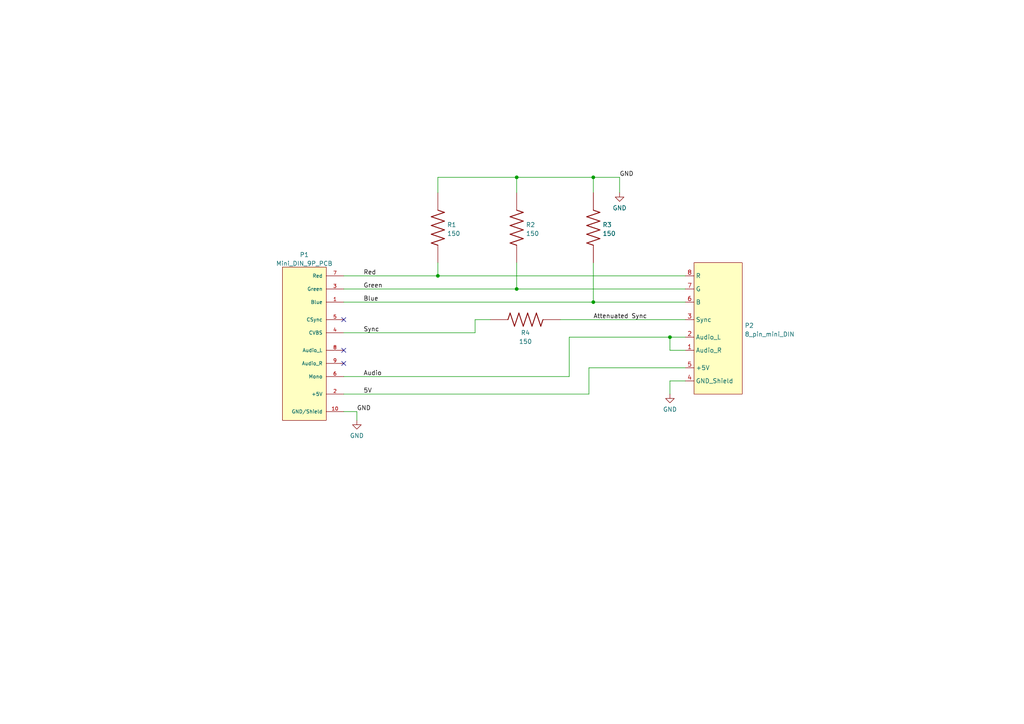
<source format=kicad_sch>
(kicad_sch (version 20211123) (generator eeschema)
  (paper "A4")
  (lib_symbols
    (symbol "RGB Blaster 8DIN Adapter:8_pin_mini_DIN"
      (property "Reference" "P" (at 0 2.54 0))
      (property "Value" "8_pin_mini_DIN" (at 0 5.08 0))
      (symbol "8_pin_mini_DIN_0_1"
        (rectangle (start 0 0) (end 13.97 -38.1) (stroke (width 0.1524)) (fill (type background)))
      )
      (symbol "8_pin_mini_DIN_1_1"
        (pin output line (at -2.54 -25.4 0) (length 2.54) (name "Audio_R") (number "1"))
        (pin output line (at -2.54 -21.59 0) (length 2.54) (name "Audio_L") (number "2"))
        (pin output line (at -2.54 -16.51 0) (length 2.54) (name "Sync") (number "3"))
        (pin output line (at -2.54 -34.29 0) (length 2.54) (name "GND_Shield") (number "4"))
        (pin output line (at -2.54 -30.48 0) (length 2.54) (name "+5V") (number "5"))
        (pin output line (at -2.54 -11.43 0) (length 2.54) (name "B") (number "6"))
        (pin output line (at -2.54 -7.62 0) (length 2.54) (name "G") (number "7"))
        (pin output line (at -2.54 -3.81 0) (length 2.54) (name "R") (number "8"))
      )
    )
    (symbol "RGB Blaster 8DIN Adapter:Mini_DIN_9P_PCB" (pin_names (offset 1.016))
      (property "Reference" "P" (at -6.35 1.27 0))
      (property "Value" "Mini_DIN_9P_PCB" (at -10.16 -11.43 90))
      (symbol "Mini_DIN_9P_PCB_1_1"
        (rectangle (start -12.7 0) (end 0 -44.45) (fill (type background)))
        (pin passive line (at 5.08 -10.16 180) (length 5.08) (name "Blue") (number "1"))
        (pin passive line (at 5.08 -41.91 180) (length 5.08) (name "GND/Shield") (number "10"))
        (pin passive line (at 5.08 -36.83 180) (length 5.08) (name "+5V") (number "2"))
        (pin passive line (at 5.08 -6.35 180) (length 5.08) (name "Green") (number "3"))
        (pin passive line (at 5.08 -19.05 180) (length 5.08) (name "CVBS") (number "4"))
        (pin passive line (at 5.08 -15.24 180) (length 5.08) (name "CSync") (number "5"))
        (pin passive line (at 5.08 -31.75 180) (length 5.08) (name "Mono") (number "6"))
        (pin passive line (at 5.08 -2.54 180) (length 5.08) (name "Red") (number "7"))
        (pin passive line (at 5.08 -24.13 180) (length 5.08) (name "Audio_L") (number "8"))
        (pin passive line (at 5.08 -27.94 180) (length 5.08) (name "Audio_R") (number "9"))
      )
    )
    (symbol "power:GND" (power) (pin_names (offset 0))
      (property "Value" "GND" (at 0 -3.81 0))
      (symbol "GND_0_1"
        (polyline (pts (xy 0 0) (xy 0 -1.27) (xy 1.27 -1.27) (xy 0 -2.54) (xy -1.27 -1.27) (xy 0 -1.27)))
      )
      (symbol "GND_1_1"
        (pin power_in line (at 0 0 270) (length 0) hide (name "GND") (number "1"))
      )
    )
    (symbol "resistor:Resistor_0603" (pin_numbers hide) (pin_names (offset 1.016) hide)
      (property "Reference" "R" (at -7.62 2.54 0))
      (property "Value" "Resistor_0603" (at -7.62 -5.08 0))
      (symbol "Resistor_0603_0_0"
        (polyline (pts (xy -5.08 0) (xy -4.445 1.905)) (stroke (width 0.254)))
        (polyline (pts (xy -4.445 1.905) (xy -3.175 -1.905)) (stroke (width 0.254)))
        (polyline (pts (xy -3.175 -1.905) (xy -1.905 1.905)) (stroke (width 0.254)))
        (polyline (pts (xy -1.905 1.905) (xy -0.635 -1.905)) (stroke (width 0.254)))
        (polyline (pts (xy -0.635 -1.905) (xy 0.635 1.905)) (stroke (width 0.254)))
        (polyline (pts (xy 0.635 1.905) (xy 1.905 -1.905)) (stroke (width 0.254)))
        (polyline (pts (xy 1.905 -1.905) (xy 3.175 1.905)) (stroke (width 0.254)))
        (polyline (pts (xy 3.175 1.905) (xy 4.445 -1.905)) (stroke (width 0.254)))
        (polyline (pts (xy 4.445 -1.905) (xy 5.08 0)) (stroke (width 0.254)))
        (pin passive line (at -10.16 0 0) (length 5.08) (name "~") (number "1"))
        (pin passive line (at 10.16 0 180) (length 5.08) (name "~") (number "2"))
      )
    )
  )
  (junction (at 172.085 51.435))
  (junction (at 127 80.01))
  (junction (at 172.085 87.63))
  (junction (at 194.31 97.79))
  (junction (at 149.86 83.82))
  (junction (at 149.86 51.435))
  (no_connect (at 99.695 105.41))
  (no_connect (at 99.695 101.6))
  (no_connect (at 99.695 92.71))
  (wire (pts (xy 99.695 114.3) (xy 170.815 114.3)))
  (wire (pts (xy 103.505 119.38) (xy 103.505 121.92)))
  (wire (pts (xy 127 51.435) (xy 127 55.88)))
  (wire (pts (xy 127 80.01) (xy 198.755 80.01)))
  (wire (pts (xy 162.56 92.71) (xy 198.755 92.71)))
  (wire (pts (xy 99.695 96.52) (xy 137.795 96.52)))
  (wire (pts (xy 149.86 76.2) (xy 149.86 83.82)))
  (wire (pts (xy 137.795 96.52) (xy 137.795 92.71)))
  (wire (pts (xy 99.695 87.63) (xy 172.085 87.63)))
  (wire (pts (xy 165.1 109.22) (xy 165.1 97.79)))
  (wire (pts (xy 172.085 76.2) (xy 172.085 87.63)))
  (wire (pts (xy 198.755 110.49) (xy 194.31 110.49)))
  (wire (pts (xy 99.695 80.01) (xy 127 80.01)))
  (wire (pts (xy 99.695 109.22) (xy 165.1 109.22)))
  (wire (pts (xy 194.31 101.6) (xy 198.755 101.6)))
  (wire (pts (xy 165.1 97.79) (xy 194.31 97.79)))
  (wire (pts (xy 194.31 97.79) (xy 194.31 101.6)))
  (wire (pts (xy 149.86 51.435) (xy 172.085 51.435)))
  (wire (pts (xy 194.31 110.49) (xy 194.31 114.3)))
  (wire (pts (xy 172.085 87.63) (xy 198.755 87.63)))
  (wire (pts (xy 170.815 106.68) (xy 198.755 106.68)))
  (wire (pts (xy 127 76.2) (xy 127 80.01)))
  (wire (pts (xy 149.86 55.88) (xy 149.86 51.435)))
  (wire (pts (xy 149.86 83.82) (xy 198.755 83.82)))
  (wire (pts (xy 172.085 51.435) (xy 172.085 55.88)))
  (wire (pts (xy 99.695 83.82) (xy 149.86 83.82)))
  (wire (pts (xy 99.695 119.38) (xy 103.505 119.38)))
  (wire (pts (xy 149.86 51.435) (xy 127 51.435)))
  (wire (pts (xy 172.085 51.435) (xy 179.705 51.435)))
  (wire (pts (xy 194.31 97.79) (xy 198.755 97.79)))
  (wire (pts (xy 137.795 92.71) (xy 142.24 92.71)))
  (wire (pts (xy 170.815 114.3) (xy 170.815 106.68)))
  (wire (pts (xy 179.705 51.435) (xy 179.705 55.88)))
  (label "Audio" (at 105.41 109.22 0))
  (label "GND" (at 103.505 119.38 0))
  (label "5V" (at 105.41 114.3 0))
  (label "Green" (at 105.41 83.82 0))
  (label "Sync" (at 105.41 96.52 0))
  (label "Attenuated Sync" (at 172.085 92.71 0))
  (label "Red" (at 105.41 80.01 0))
  (label "Blue" (at 105.41 87.63 0))
  (label "GND" (at 179.705 51.435 0))
  (symbol (lib_id "resistor:Resistor_0603") (at 172.085 66.04 90) (unit 1)
    (property "Reference" "R3" (at 174.752 65.2053 90) (effects (justify right)))
    (property "Value" "150" (at 174.752 67.7422 90) (effects (justify right)))
    (property "Footprint" "Resistor_SMD:R_0603_1608Metric_Pad0.98x0.95mm_HandSolder" (effects hide))
  )
  (symbol (lib_id "resistor:Resistor_0603") (at 149.86 66.04 90) (unit 1)
    (property "Reference" "R2" (at 152.527 65.2053 90) (effects (justify right)))
    (property "Value" "150" (at 152.527 67.7422 90) (effects (justify right)))
    (property "Footprint" "Resistor_SMD:R_0603_1608Metric_Pad0.98x0.95mm_HandSolder" (effects hide))
  )
  (symbol (lib_id "power:GND") (at 179.705 55.88 0) (unit 1)
    (property "Reference" "#PWR0103" (effects hide))
    (property "Value" "GND" (at 179.705 60.3234 0))
  )
  (symbol (lib_id "power:GND") (at 103.505 121.92 0) (unit 1)
    (property "Reference" "#PWR0101" (effects hide))
    (property "Value" "GND" (at 103.505 126.3634 0))
  )
  (symbol (lib_id "RGB Blaster 8DIN Adapter:Mini_DIN_9P_PCB") (at 94.615 77.47 0) (unit 1)
    (property "Reference" "P1" (at 88.265 73.8972 0))
    (property "Value" "Mini_DIN_9P_PCB" (at 88.265 76.4341 0))
    (property "Footprint" "RGB Blaster 8DIN Adapter:9 pin mini DIN PCB" (effects hide))
  )
  (symbol (lib_id "power:GND") (at 194.31 114.3 0) (unit 1)
    (property "Reference" "#PWR0102" (effects hide))
    (property "Value" "GND" (at 194.31 118.7434 0))
  )
  (symbol (lib_id "resistor:Resistor_0603") (at 152.4 92.71 0) (unit 1)
    (property "Reference" "R4" (at 152.4 96.52 0))
    (property "Value" "150" (at 152.4 99.06 0))
    (property "Footprint" "Resistor_SMD:R_0603_1608Metric_Pad0.98x0.95mm_HandSolder" (effects hide))
  )
  (symbol (lib_id "resistor:Resistor_0603") (at 127 66.04 90) (unit 1)
    (property "Reference" "R1" (at 129.667 65.2053 90) (effects (justify right)))
    (property "Value" "150" (at 129.667 67.7422 90) (effects (justify right)))
    (property "Footprint" "Resistor_SMD:R_0603_1608Metric_Pad0.98x0.95mm_HandSolder" (effects hide))
  )
  (symbol (lib_id "RGB Blaster 8DIN Adapter:8_pin_mini_DIN") (at 201.295 76.2 0) (unit 1)
    (property "Reference" "P2" (at 215.9762 94.4153 0) (effects (justify left)))
    (property "Value" "8_pin_mini_DIN" (at 215.9762 96.9522 0) (effects (justify left)))
    (property "Footprint" "RGB Blaster 8DIN Adapter:8 pin mini DIN" (effects hide))
  )
)
</source>
